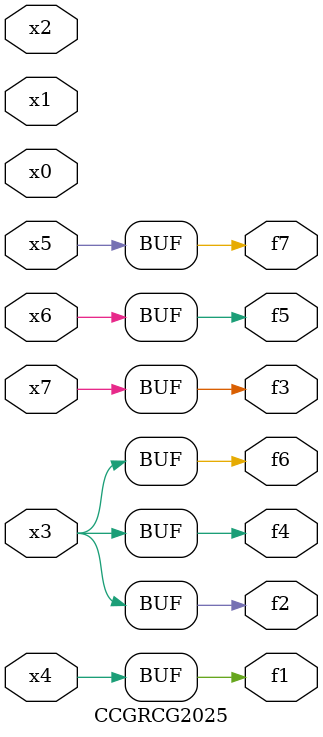
<source format=v>
module CCGRCG2025(
	input x0, x1, x2, x3, x4, x5, x6, x7,
	output f1, f2, f3, f4, f5, f6, f7
);
	assign f1 = x4;
	assign f2 = x3;
	assign f3 = x7;
	assign f4 = x3;
	assign f5 = x6;
	assign f6 = x3;
	assign f7 = x5;
endmodule

</source>
